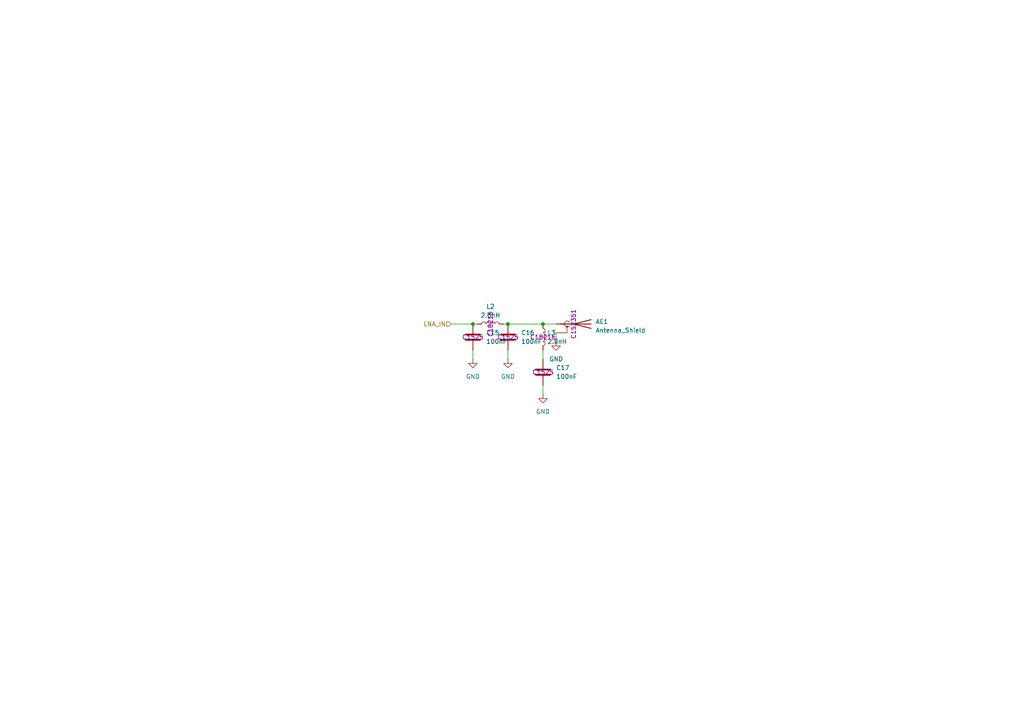
<source format=kicad_sch>
(kicad_sch (version 20250114) (generator "eeschema") (generator_version "9.0")
  (paper "A4")
  (lib_symbols
    (symbol "Device:Antenna_Shield" (pin_numbers (hide yes)) (pin_names (offset 1.016) (hide yes))
      (property "Reference" "AE" (at -1.905 4.445 0))
      (property "Value" "Antenna_Shield" (at -1.905 2.54 0))
      (symbol "Antenna_Shield_0_1"
        (arc (start 0 -2.667) (mid -0.8485 -2.1032) (end -0.508 -1.143))
        (polyline (pts (xy 0 5.08) (xy 0 -3.81)) (stroke (width 0.254)))
        (polyline (pts (xy 0 -2.54) (xy 0 0)))
        (arc (start 0.508 -1.143) (mid 0.8046 -2.0885) (end 0 -2.667))
        (polyline (pts (xy 0.762 -1.905) (xy 2.54 -1.905)))
        (circle (center 0.762 -1.905) (radius 0.1778) (fill (type outline)))
        (polyline (pts (xy 1.27 5.08) (xy 0 0) (xy -1.27 5.08)) (stroke (width 0.254)))
        (polyline (pts (xy 2.54 -2.54) (xy 2.54 -1.905)))
      )
      (symbol "Antenna_Shield_1_1"
        (pin input line (at 0 -5.08 90) (length 2.54) (name "A") (number "1"))
        (pin input line (at 2.54 -5.08 90) (length 2.54) (name "Shield") (number "2"))
      )
    )
    (symbol "Device:C" (pin_numbers (hide yes)) (pin_names (offset 0.254))
      (property "Reference" "C" (at 0.635 2.54 0))
      (property "Value" "C" (at 0.635 -2.54 0))
      (symbol "C_0_1"
        (polyline (pts (xy -2.032 0.762) (xy 2.032 0.762)) (stroke (width 0.508)))
        (polyline (pts (xy -2.032 -0.762) (xy 2.032 -0.762)) (stroke (width 0.508)))
      )
      (symbol "C_1_1"
        (pin passive line (at 0 3.81 270) (length 2.794) (name "~") (number "1"))
        (pin passive line (at 0 -3.81 90) (length 2.794) (name "~") (number "2"))
      )
    )
    (symbol "Device:L" (pin_numbers (hide yes)) (pin_names (offset 1.016) (hide yes))
      (property "Reference" "L" (at -1.27 0 90))
      (property "Value" "L" (at 1.905 0 90))
      (symbol "L_0_1"
        (arc (start 0 2.54) (mid 0.6323 1.905) (end 0 1.27))
        (arc (start 0 1.27) (mid 0.6323 0.635) (end 0 0))
        (arc (start 0 0) (mid 0.6323 -0.635) (end 0 -1.27))
        (arc (start 0 -1.27) (mid 0.6323 -1.905) (end 0 -2.54))
      )
      (symbol "L_1_1"
        (pin passive line (at 0 3.81 270) (length 1.27) (name "1") (number "1"))
        (pin passive line (at 0 -3.81 90) (length 1.27) (name "2") (number "2"))
      )
    )
    (symbol "power:GND" (power) (pin_numbers (hide yes)) (pin_names (offset 0) (hide yes))
      (property "Value" "GND" (at 0 -3.81 0))
      (symbol "GND_0_1"
        (polyline (pts (xy 0 0) (xy 0 -1.27) (xy 1.27 -1.27) (xy 0 -2.54) (xy -1.27 -1.27) (xy 0 -1.27)))
      )
      (symbol "GND_1_1"
        (pin power_in line (at 0 0 270) (length 0) (name "~") (number "1"))
      )
    )
  )
  (junction (at 157.48 93.98))
  (junction (at 137.16 93.98))
  (junction (at 147.32 93.98))
  (wire (pts (xy 157.48 93.98) (xy 161.29 93.98)))
  (wire (pts (xy 157.48 111.76) (xy 157.48 114.3)))
  (wire (pts (xy 157.48 101.6) (xy 157.48 104.14)))
  (wire (pts (xy 137.16 101.6) (xy 137.16 104.14)))
  (wire (pts (xy 161.29 96.52) (xy 161.29 99.06)))
  (wire (pts (xy 130.81 93.98) (xy 137.16 93.98)))
  (wire (pts (xy 146.05 93.98) (xy 147.32 93.98)))
  (wire (pts (xy 147.32 93.98) (xy 157.48 93.98)))
  (wire (pts (xy 137.16 93.98) (xy 138.43 93.98)))
  (wire (pts (xy 147.32 101.6) (xy 147.32 104.14)))
  (hierarchical_label "LNA_IN" (shape input) (at 130.81 93.98 180))
  (symbol (lib_id "Device:C") (at 157.48 107.95 0) (unit 1)
    (property "Reference" "C17" (at 161.29 106.6799 0) (effects (justify left)))
    (property "Value" "100nF" (at 161.29 109.2199 0) (effects (justify left)))
    (property "Footprint" "Capacitor_SMD:C_0402_1005Metric" (effects (hide yes)))
    (property "Description" "Unpolarized capacitor" (effects (hide yes)))
    (property "LCSC" "C1525" (at 157.48 107.95 0))
  )
  (symbol (lib_id "Device:C") (at 137.16 97.79 0) (unit 1)
    (property "Reference" "C15" (at 140.97 96.5199 0) (effects (justify left)))
    (property "Value" "100nF" (at 140.97 99.0599 0) (effects (justify left)))
    (property "Footprint" "Capacitor_SMD:C_0402_1005Metric" (effects (hide yes)))
    (property "Description" "Unpolarized capacitor" (effects (hide yes)))
    (property "LCSC" "C1525" (at 137.16 97.79 0))
  )
  (symbol (lib_id "power:GND") (at 137.16 104.14 0) (unit 1)
    (property "Reference" "#PWR029" (effects (hide yes)))
    (property "Value" "GND" (at 137.16 109.22 0))
    (property "Description" "Power symbol creates a global label with name \"GND\" , ground" (effects (hide yes)))
  )
  (symbol (lib_id "power:GND") (at 161.29 99.06 0) (unit 1)
    (property "Reference" "#PWR032" (effects (hide yes)))
    (property "Value" "GND" (at 161.29 104.14 0))
    (property "Description" "Power symbol creates a global label with name \"GND\" , ground" (effects (hide yes)))
  )
  (symbol (lib_id "Device:Antenna_Shield") (at 166.37 93.98 270) (unit 1)
    (property "Reference" "AE1" (at 172.72 93.2814 90) (effects (justify left)))
    (property "Value" "Antenna_Shield" (at 172.72 95.8214 90) (effects (justify left)))
    (property "Footprint" "RF_Antenna:Molex_47948-0001_2.4Ghz" (effects (hide yes)))
    (property "Description" "Antenna with extra pin for shielding" (effects (hide yes)))
    (property "LCSC" "C152351" (at 166.37 93.98 0))
  )
  (symbol (lib_id "Device:C") (at 147.32 97.79 0) (unit 1)
    (property "Reference" "C16" (at 151.13 96.5199 0) (effects (justify left)))
    (property "Value" "100nF" (at 151.13 99.0599 0) (effects (justify left)))
    (property "Footprint" "Capacitor_SMD:C_0402_1005Metric" (effects (hide yes)))
    (property "Description" "Unpolarized capacitor" (effects (hide yes)))
    (property "LCSC" "C1525" (at 147.32 97.79 0))
  )
  (symbol (lib_id "power:GND") (at 147.32 104.14 0) (unit 1)
    (property "Reference" "#PWR030" (effects (hide yes)))
    (property "Value" "GND" (at 147.32 109.22 0))
    (property "Description" "Power symbol creates a global label with name \"GND\" , ground" (effects (hide yes)))
  )
  (symbol (lib_id "power:GND") (at 157.48 114.3 0) (unit 1)
    (property "Reference" "#PWR031" (effects (hide yes)))
    (property "Value" "GND" (at 157.48 119.38 0))
    (property "Description" "Power symbol creates a global label with name \"GND\" , ground" (effects (hide yes)))
  )
  (symbol (lib_id "Device:L") (at 157.48 97.79 0) (unit 1)
    (property "Reference" "L3" (at 158.75 96.5199 0) (effects (justify left)))
    (property "Value" "2.0nH" (at 158.75 99.0599 0) (effects (justify left)))
    (property "Footprint" "Inductor_SMD:L_0402_1005Metric" (effects (hide yes)))
    (property "Description" "Inductor" (effects (hide yes)))
    (property "LCSC" "C18216" (at 157.48 97.79 0))
  )
  (symbol (lib_id "Device:L") (at 142.24 93.98 90) (unit 1)
    (property "Reference" "L2" (at 142.24 88.9 90))
    (property "Value" "2.0nH" (at 142.24 91.44 90))
    (property "Footprint" "Inductor_SMD:L_0402_1005Metric" (effects (hide yes)))
    (property "Description" "Inductor" (effects (hide yes)))
    (property "LCSC" "C18216" (at 142.24 93.98 0))
  )
)
</source>
